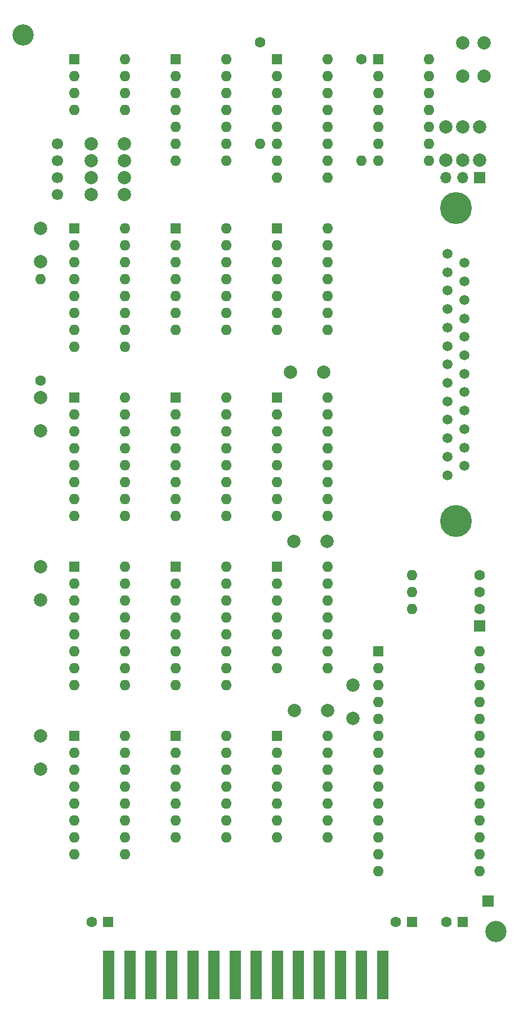
<source format=gbs>
%TF.GenerationSoftware,KiCad,Pcbnew,(6.0.0)*%
%TF.CreationDate,2022-03-13T20:59:25-04:00*%
%TF.ProjectId,Northstar SIO,4e6f7274-6873-4746-9172-2053494f2e6b,rev?*%
%TF.SameCoordinates,Original*%
%TF.FileFunction,Soldermask,Bot*%
%TF.FilePolarity,Negative*%
%FSLAX46Y46*%
G04 Gerber Fmt 4.6, Leading zero omitted, Abs format (unit mm)*
G04 Created by KiCad (PCBNEW (6.0.0)) date 2022-03-13 20:59:25*
%MOMM*%
%LPD*%
G01*
G04 APERTURE LIST*
%ADD10C,1.600000*%
%ADD11O,1.600000X1.600000*%
%ADD12R,1.600000X1.600000*%
%ADD13C,2.000000*%
%ADD14C,1.500000*%
%ADD15C,4.800000*%
%ADD16C,3.200000*%
%ADD17C,1.700000*%
%ADD18R,1.700000X7.400000*%
%ADD19R,1.700000X1.700000*%
%ADD20O,1.700000X1.700000*%
G04 APERTURE END LIST*
D10*
%TO.C,R1*%
X82550000Y-81915000D03*
D11*
X82550000Y-66675000D03*
%TD*%
D12*
%TO.C,U2B1*%
X102870000Y-59055000D03*
D11*
X102870000Y-61595000D03*
X102870000Y-64135000D03*
X102870000Y-66675000D03*
X102870000Y-69215000D03*
X102870000Y-71755000D03*
X102870000Y-74295000D03*
X110490000Y-74295000D03*
X110490000Y-71755000D03*
X110490000Y-69215000D03*
X110490000Y-66675000D03*
X110490000Y-64135000D03*
X110490000Y-61595000D03*
X110490000Y-59055000D03*
%TD*%
D13*
%TO.C,C16*%
X82550000Y-135255000D03*
X82550000Y-140255000D03*
%TD*%
%TO.C,C15*%
X125095000Y-80645000D03*
X120095000Y-80645000D03*
%TD*%
%TO.C,C13*%
X90170000Y-51435000D03*
X95170000Y-51435000D03*
%TD*%
D12*
%TO.C,U3D1*%
X118110000Y-109855000D03*
D11*
X118110000Y-112395000D03*
X118110000Y-114935000D03*
X118110000Y-117475000D03*
X118110000Y-120015000D03*
X118110000Y-122555000D03*
X118110000Y-125095000D03*
X125730000Y-125095000D03*
X125730000Y-122555000D03*
X125730000Y-120015000D03*
X125730000Y-117475000D03*
X125730000Y-114935000D03*
X125730000Y-112395000D03*
X125730000Y-109855000D03*
%TD*%
D13*
%TO.C,C11*%
X90170000Y-46355000D03*
X95170000Y-46355000D03*
%TD*%
D12*
%TO.C,U2E1*%
X102870000Y-135255000D03*
D11*
X102870000Y-137795000D03*
X102870000Y-140335000D03*
X102870000Y-142875000D03*
X102870000Y-145415000D03*
X102870000Y-147955000D03*
X102870000Y-150495000D03*
X110490000Y-150495000D03*
X110490000Y-147955000D03*
X110490000Y-145415000D03*
X110490000Y-142875000D03*
X110490000Y-140335000D03*
X110490000Y-137795000D03*
X110490000Y-135255000D03*
%TD*%
D12*
%TO.C,U2A1*%
X102870000Y-33655000D03*
D11*
X102870000Y-36195000D03*
X102870000Y-38735000D03*
X102870000Y-41275000D03*
X102870000Y-43815000D03*
X102870000Y-46355000D03*
X102870000Y-48895000D03*
X110490000Y-48895000D03*
X110490000Y-46355000D03*
X110490000Y-43815000D03*
X110490000Y-41275000D03*
X110490000Y-38735000D03*
X110490000Y-36195000D03*
X110490000Y-33655000D03*
%TD*%
D14*
%TO.C,J1*%
X143706000Y-62845000D03*
X143706000Y-65615000D03*
X143706000Y-68385000D03*
X143706000Y-71155000D03*
X143706000Y-73925000D03*
X143706000Y-76695000D03*
X143706000Y-79465000D03*
X143706000Y-82235000D03*
X143706000Y-85005000D03*
X143706000Y-87775000D03*
X143706000Y-90545000D03*
X143706000Y-93315000D03*
X143706000Y-96085000D03*
X146246000Y-64230000D03*
X146246000Y-67000000D03*
X146246000Y-69770000D03*
X146246000Y-72540000D03*
X146246000Y-75310000D03*
X146246000Y-78080000D03*
X146246000Y-80850000D03*
X146246000Y-83620000D03*
X146246000Y-86390000D03*
X146246000Y-89160000D03*
X146246000Y-91930000D03*
X146246000Y-94700000D03*
D15*
X144976000Y-55945000D03*
X144976000Y-102985000D03*
%TD*%
D12*
%TO.C,U4A1*%
X133350000Y-33655000D03*
D11*
X133350000Y-36195000D03*
X133350000Y-38735000D03*
X133350000Y-41275000D03*
X133350000Y-43815000D03*
X133350000Y-46355000D03*
X133350000Y-48895000D03*
X140970000Y-48895000D03*
X140970000Y-46355000D03*
X140970000Y-43815000D03*
X140970000Y-41275000D03*
X140970000Y-38735000D03*
X140970000Y-36195000D03*
X140970000Y-33655000D03*
%TD*%
D13*
%TO.C,C8*%
X129540000Y-127635000D03*
X129540000Y-132635000D03*
%TD*%
%TO.C,C7*%
X149225000Y-36195000D03*
X149225000Y-31195000D03*
%TD*%
%TO.C,C10*%
X125650000Y-106045000D03*
X120650000Y-106045000D03*
%TD*%
D12*
%TO.C,C3*%
X92710000Y-163195000D03*
D10*
X90210000Y-163195000D03*
%TD*%
D13*
%TO.C,C19*%
X82550000Y-59055000D03*
X82550000Y-64055000D03*
%TD*%
D12*
%TO.C,U2D1*%
X102870000Y-109855000D03*
D11*
X102870000Y-112395000D03*
X102870000Y-114935000D03*
X102870000Y-117475000D03*
X102870000Y-120015000D03*
X102870000Y-122555000D03*
X102870000Y-125095000D03*
X102870000Y-127635000D03*
X110490000Y-127635000D03*
X110490000Y-125095000D03*
X110490000Y-122555000D03*
X110490000Y-120015000D03*
X110490000Y-117475000D03*
X110490000Y-114935000D03*
X110490000Y-112395000D03*
X110490000Y-109855000D03*
%TD*%
D13*
%TO.C,C5*%
X143510000Y-43815000D03*
X143510000Y-48815000D03*
%TD*%
D16*
%TO.C,REF\u002A\u002A*%
X151010000Y-164585000D03*
%TD*%
D13*
%TO.C,C6*%
X146050000Y-43815000D03*
X146050000Y-48815000D03*
%TD*%
D17*
%TO.C,REF\u002A\u002A*%
X85090000Y-53975000D03*
%TD*%
D12*
%TO.C,C1*%
X138430000Y-163195000D03*
D10*
X135930000Y-163195000D03*
%TD*%
D13*
%TO.C,C4*%
X148590000Y-43815000D03*
X148590000Y-48815000D03*
%TD*%
%TO.C,C20*%
X146050000Y-36195000D03*
X146050000Y-31195000D03*
%TD*%
D17*
%TO.C,REF\u002A\u002A*%
X85090000Y-48895000D03*
%TD*%
D10*
%TO.C,R3*%
X148590000Y-113665000D03*
D11*
X138430000Y-113665000D03*
%TD*%
D10*
%TO.C,R4*%
X148590000Y-111125000D03*
D11*
X138430000Y-111125000D03*
%TD*%
D12*
%TO.C,U1E1*%
X87630000Y-135255000D03*
D11*
X87630000Y-137795000D03*
X87630000Y-140335000D03*
X87630000Y-142875000D03*
X87630000Y-145415000D03*
X87630000Y-147955000D03*
X87630000Y-150495000D03*
X87630000Y-153035000D03*
X95250000Y-153035000D03*
X95250000Y-150495000D03*
X95250000Y-147955000D03*
X95250000Y-145415000D03*
X95250000Y-142875000D03*
X95250000Y-140335000D03*
X95250000Y-137795000D03*
X95250000Y-135255000D03*
%TD*%
D18*
%TO.C,J2*%
X133964400Y-171135000D03*
X130795600Y-171135000D03*
X127626700Y-171135000D03*
X124457800Y-171135000D03*
X121288900Y-171135000D03*
X118120000Y-171135000D03*
X114951100Y-171135000D03*
X111782200Y-171135000D03*
X108613300Y-171135000D03*
X105444400Y-171135000D03*
X102275600Y-171135000D03*
X99106700Y-171135000D03*
X95937780Y-171135000D03*
X92768890Y-171135000D03*
%TD*%
D12*
%TO.C,U3C1*%
X118110000Y-84455000D03*
D11*
X118110000Y-86995000D03*
X118110000Y-89535000D03*
X118110000Y-92075000D03*
X118110000Y-94615000D03*
X118110000Y-97155000D03*
X118110000Y-99695000D03*
X118110000Y-102235000D03*
X125730000Y-102235000D03*
X125730000Y-99695000D03*
X125730000Y-97155000D03*
X125730000Y-94615000D03*
X125730000Y-92075000D03*
X125730000Y-89535000D03*
X125730000Y-86995000D03*
X125730000Y-84455000D03*
%TD*%
D19*
%TO.C,P.GND*%
X148590000Y-118745000D03*
%TD*%
D13*
%TO.C,C9*%
X125690000Y-131445000D03*
X120690000Y-131445000D03*
%TD*%
D17*
%TO.C,REF\u002A\u002A*%
X85090000Y-51435000D03*
%TD*%
D16*
%TO.C,REF\u002A\u002A*%
X79880000Y-29975000D03*
%TD*%
D13*
%TO.C,C14*%
X90170000Y-53975000D03*
X95170000Y-53975000D03*
%TD*%
D17*
%TO.C,REF\u002A\u002A*%
X85090000Y-46355000D03*
%TD*%
D10*
%TO.C,R5*%
X130810000Y-33655000D03*
D11*
X130810000Y-48895000D03*
%TD*%
D10*
%TO.C,R2*%
X148590000Y-116205000D03*
D11*
X138430000Y-116205000D03*
%TD*%
D19*
%TO.C,W1*%
X148590000Y-51435000D03*
D20*
X146050000Y-51435000D03*
X143510000Y-51435000D03*
%TD*%
D12*
%TO.C,C2*%
X146050000Y-163195000D03*
D10*
X143550000Y-163195000D03*
%TD*%
D12*
%TO.C,U4E1*%
X133350000Y-122555000D03*
D11*
X133350000Y-125095000D03*
X133350000Y-127635000D03*
X133350000Y-130175000D03*
X133350000Y-132715000D03*
X133350000Y-135255000D03*
X133350000Y-137795000D03*
X133350000Y-140335000D03*
X133350000Y-142875000D03*
X133350000Y-145415000D03*
X133350000Y-147955000D03*
X133350000Y-150495000D03*
X133350000Y-153035000D03*
X133350000Y-155575000D03*
X148590000Y-155575000D03*
X148590000Y-153035000D03*
X148590000Y-150495000D03*
X148590000Y-147955000D03*
X148590000Y-145415000D03*
X148590000Y-142875000D03*
X148590000Y-140335000D03*
X148590000Y-137795000D03*
X148590000Y-135255000D03*
X148590000Y-132715000D03*
X148590000Y-130175000D03*
X148590000Y-127635000D03*
X148590000Y-125095000D03*
X148590000Y-122555000D03*
%TD*%
D12*
%TO.C,U1C1*%
X87630000Y-84455000D03*
D11*
X87630000Y-86995000D03*
X87630000Y-89535000D03*
X87630000Y-92075000D03*
X87630000Y-94615000D03*
X87630000Y-97155000D03*
X87630000Y-99695000D03*
X87630000Y-102235000D03*
X95250000Y-102235000D03*
X95250000Y-99695000D03*
X95250000Y-97155000D03*
X95250000Y-94615000D03*
X95250000Y-92075000D03*
X95250000Y-89535000D03*
X95250000Y-86995000D03*
X95250000Y-84455000D03*
%TD*%
D13*
%TO.C,C18*%
X82550000Y-84455000D03*
X82550000Y-89455000D03*
%TD*%
%TO.C,C17*%
X82550000Y-109855000D03*
X82550000Y-114855000D03*
%TD*%
D12*
%TO.C,U3E1*%
X118110000Y-135255000D03*
D11*
X118110000Y-137795000D03*
X118110000Y-140335000D03*
X118110000Y-142875000D03*
X118110000Y-145415000D03*
X118110000Y-147955000D03*
X118110000Y-150495000D03*
X125730000Y-150495000D03*
X125730000Y-147955000D03*
X125730000Y-145415000D03*
X125730000Y-142875000D03*
X125730000Y-140335000D03*
X125730000Y-137795000D03*
X125730000Y-135255000D03*
%TD*%
D19*
%TO.C,GND*%
X149860000Y-160020000D03*
%TD*%
D12*
%TO.C,U3B1*%
X118110000Y-59055000D03*
D11*
X118110000Y-61595000D03*
X118110000Y-64135000D03*
X118110000Y-66675000D03*
X118110000Y-69215000D03*
X118110000Y-71755000D03*
X118110000Y-74295000D03*
X125730000Y-74295000D03*
X125730000Y-71755000D03*
X125730000Y-69215000D03*
X125730000Y-66675000D03*
X125730000Y-64135000D03*
X125730000Y-61595000D03*
X125730000Y-59055000D03*
%TD*%
D12*
%TO.C,J1A1*%
X87630000Y-33655000D03*
D11*
X87630000Y-36195000D03*
X87630000Y-38735000D03*
X87630000Y-41275000D03*
X95250000Y-41275000D03*
X95250000Y-38735000D03*
X95250000Y-36195000D03*
X95250000Y-33655000D03*
%TD*%
D12*
%TO.C,J3A1*%
X118110000Y-33655000D03*
D11*
X118110000Y-36195000D03*
X118110000Y-38735000D03*
X118110000Y-41275000D03*
X118110000Y-43815000D03*
X118110000Y-46355000D03*
X118110000Y-48895000D03*
X118110000Y-51435000D03*
X125730000Y-51435000D03*
X125730000Y-48895000D03*
X125730000Y-46355000D03*
X125730000Y-43815000D03*
X125730000Y-41275000D03*
X125730000Y-38735000D03*
X125730000Y-36195000D03*
X125730000Y-33655000D03*
%TD*%
D10*
%TO.C,R6*%
X115570000Y-31115000D03*
D11*
X115570000Y-46355000D03*
%TD*%
D13*
%TO.C,C12*%
X90170000Y-48895000D03*
X95170000Y-48895000D03*
%TD*%
D12*
%TO.C,U2C1*%
X102870000Y-84455000D03*
D11*
X102870000Y-86995000D03*
X102870000Y-89535000D03*
X102870000Y-92075000D03*
X102870000Y-94615000D03*
X102870000Y-97155000D03*
X102870000Y-99695000D03*
X102870000Y-102235000D03*
X110490000Y-102235000D03*
X110490000Y-99695000D03*
X110490000Y-97155000D03*
X110490000Y-94615000D03*
X110490000Y-92075000D03*
X110490000Y-89535000D03*
X110490000Y-86995000D03*
X110490000Y-84455000D03*
%TD*%
D12*
%TO.C,U1B1*%
X87630000Y-59055000D03*
D11*
X87630000Y-61595000D03*
X87630000Y-64135000D03*
X87630000Y-66675000D03*
X87630000Y-69215000D03*
X87630000Y-71755000D03*
X87630000Y-74295000D03*
X87630000Y-76835000D03*
X95250000Y-76835000D03*
X95250000Y-74295000D03*
X95250000Y-71755000D03*
X95250000Y-69215000D03*
X95250000Y-66675000D03*
X95250000Y-64135000D03*
X95250000Y-61595000D03*
X95250000Y-59055000D03*
%TD*%
D12*
%TO.C,U1D1*%
X87630000Y-109855000D03*
D11*
X87630000Y-112395000D03*
X87630000Y-114935000D03*
X87630000Y-117475000D03*
X87630000Y-120015000D03*
X87630000Y-122555000D03*
X87630000Y-125095000D03*
X87630000Y-127635000D03*
X95250000Y-127635000D03*
X95250000Y-125095000D03*
X95250000Y-122555000D03*
X95250000Y-120015000D03*
X95250000Y-117475000D03*
X95250000Y-114935000D03*
X95250000Y-112395000D03*
X95250000Y-109855000D03*
%TD*%
M02*

</source>
